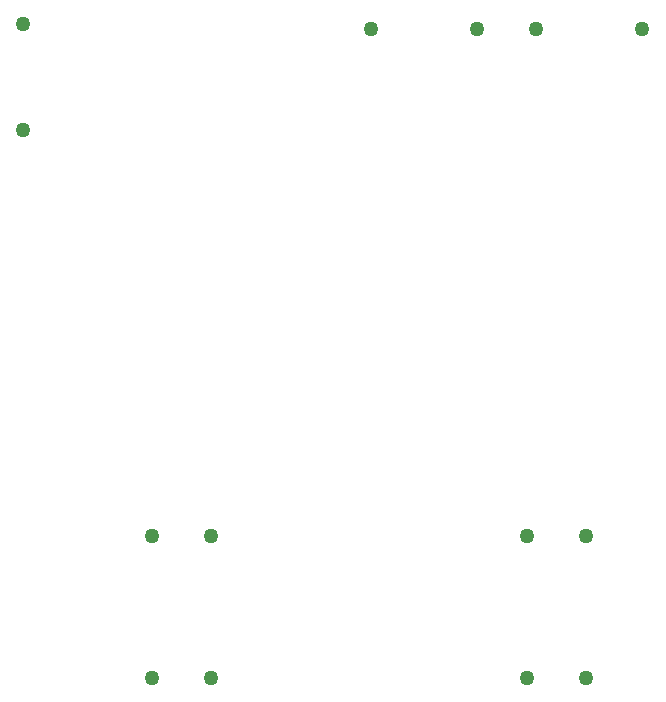
<source format=gbr>
%TF.GenerationSoftware,Altium Limited,Altium Designer,24.5.2 (23)*%
G04 Layer_Color=0*
%FSLAX45Y45*%
%MOMM*%
%TF.SameCoordinates,627A3E5C-85DC-498E-B9C8-82595492641C*%
%TF.FilePolarity,Positive*%
%TF.FileFunction,NonPlated,1,4,NPTH,Drill*%
%TF.Part,Single*%
G01*
G75*
%TA.AperFunction,ComponentDrill*%
%ADD91C,1.27000*%
%ADD92C,1.27000*%
D91*
X1836000Y1743000D02*
D03*
Y543000D02*
D03*
X248500Y5178500D02*
D03*
Y6078500D02*
D03*
X1339000Y1743000D02*
D03*
Y543000D02*
D03*
X4514000Y1743000D02*
D03*
Y543000D02*
D03*
X5011000Y543000D02*
D03*
Y1743000D02*
D03*
D92*
X4589500Y6038000D02*
D03*
X5489500Y6038000D02*
D03*
X3192500Y6038000D02*
D03*
X4092500D02*
D03*
%TF.MD5,c92c63d8bf8425445e6e3cc39fbe307f*%
M02*

</source>
